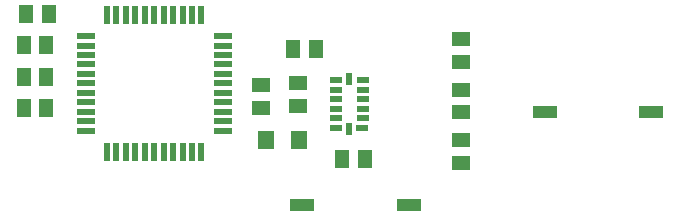
<source format=gtp>
G75*
%MOIN*%
%OFA0B0*%
%FSLAX25Y25*%
%IPPOS*%
%LPD*%
%AMOC8*
5,1,8,0,0,1.08239X$1,22.5*
%
%ADD10R,0.05118X0.05906*%
%ADD11R,0.05906X0.05118*%
%ADD12R,0.05512X0.06299*%
%ADD13R,0.01969X0.05906*%
%ADD14R,0.05906X0.01969*%
%ADD15R,0.04424X0.01969*%
%ADD16R,0.01969X0.04424*%
%ADD17R,0.07900X0.04300*%
D10*
X0039122Y0050968D03*
X0046602Y0050968D03*
X0046594Y0061187D03*
X0039114Y0061187D03*
X0039114Y0072111D03*
X0046594Y0072111D03*
X0047396Y0082430D03*
X0039915Y0082430D03*
X0128904Y0070706D03*
X0136385Y0070706D03*
X0145261Y0034040D03*
X0152741Y0034040D03*
D11*
X0184880Y0032782D03*
X0184880Y0040262D03*
X0184880Y0049582D03*
X0184880Y0057062D03*
X0184880Y0066382D03*
X0184880Y0073862D03*
X0130649Y0059196D03*
X0118039Y0058533D03*
X0130649Y0051715D03*
X0118039Y0051052D03*
D12*
X0119770Y0040399D03*
X0130793Y0040399D03*
D13*
X0066834Y0036393D03*
X0069984Y0036393D03*
X0073133Y0036393D03*
X0076283Y0036393D03*
X0079432Y0036393D03*
X0082582Y0036393D03*
X0085732Y0036393D03*
X0088881Y0036393D03*
X0092031Y0036393D03*
X0095180Y0036393D03*
X0098330Y0036393D03*
X0098330Y0082062D03*
X0095180Y0082062D03*
X0092031Y0082062D03*
X0088881Y0082062D03*
X0085732Y0082062D03*
X0082582Y0082062D03*
X0079432Y0082062D03*
X0076283Y0082062D03*
X0073133Y0082062D03*
X0069984Y0082062D03*
X0066834Y0082062D03*
D14*
X0059747Y0074976D03*
X0059747Y0071826D03*
X0059747Y0068677D03*
X0059747Y0065527D03*
X0059747Y0062377D03*
X0059747Y0059228D03*
X0059747Y0056078D03*
X0059747Y0052929D03*
X0059747Y0049779D03*
X0059747Y0046629D03*
X0059747Y0043480D03*
X0105417Y0043480D03*
X0105417Y0046629D03*
X0105417Y0049779D03*
X0105417Y0052929D03*
X0105417Y0056078D03*
X0105417Y0059228D03*
X0105417Y0062377D03*
X0105417Y0065527D03*
X0105417Y0068677D03*
X0105417Y0071826D03*
X0105417Y0074976D03*
D15*
X0143060Y0060195D03*
X0143060Y0057045D03*
X0143060Y0053895D03*
X0143060Y0050746D03*
X0143060Y0047596D03*
X0143060Y0044447D03*
X0151991Y0044447D03*
X0152021Y0047596D03*
X0152021Y0050746D03*
X0152021Y0053895D03*
X0152021Y0057045D03*
X0152021Y0060195D03*
D16*
X0147540Y0060588D03*
X0147540Y0044053D03*
D17*
X0212680Y0049822D03*
X0248080Y0049822D03*
X0167388Y0018551D03*
X0131988Y0018551D03*
M02*

</source>
